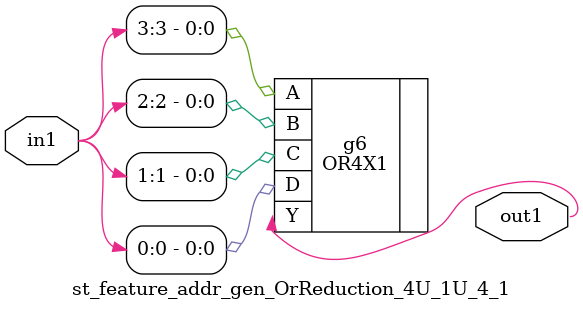
<source format=v>
`timescale 1ps / 1ps


module st_feature_addr_gen_OrReduction_4U_1U_4_1(in1, out1);
  input [3:0] in1;
  output out1;
  wire [3:0] in1;
  wire out1;
  OR4X1 g6(.A (in1[3]), .B (in1[2]), .C (in1[1]), .D (in1[0]), .Y
       (out1));
endmodule



</source>
